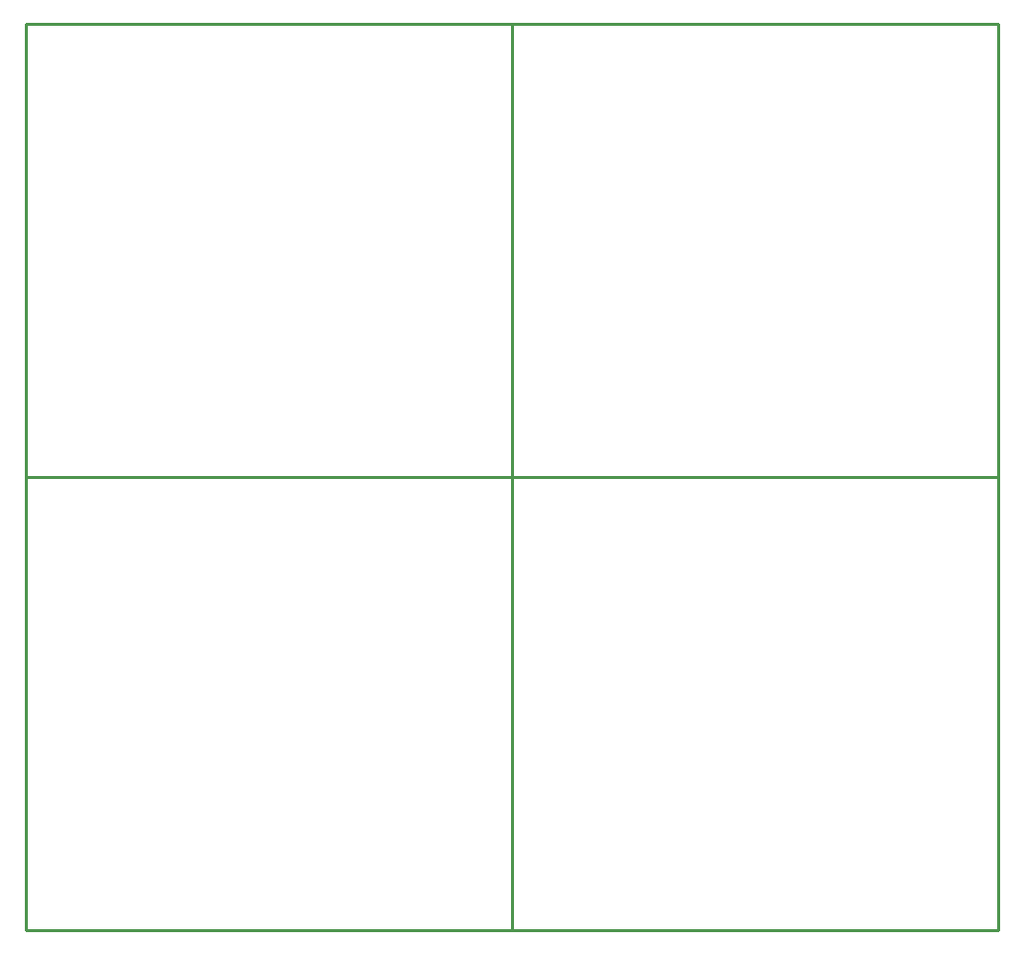
<source format=gko>
G04*
G04 #@! TF.GenerationSoftware,Altium Limited,Altium Designer,22.0.2 (36)*
G04*
G04 Layer_Color=16711935*
%FSLAX44Y44*%
%MOMM*%
G71*
G04*
G04 #@! TF.SameCoordinates,7C54838C-0965-49BE-8F7A-A0EB361EFC81*
G04*
G04*
G04 #@! TF.FilePolarity,Positive*
G04*
G01*
G75*
%ADD48C,0.2540*%
D48*
X414000Y772000D02*
X414000Y0D01*
X0Y386000D02*
X828000D01*
X828000Y0D02*
Y772000D01*
X0Y772000D02*
X828000D01*
X0Y0D02*
X828000D01*
X-0Y772000D02*
X0Y0D01*
Y386000D02*
X414000D01*
X0D02*
X0Y0D01*
X414000Y386000D02*
X414000Y0D01*
X0D02*
X414000D01*
Y386000D02*
X828000D01*
X414000D02*
X414000Y0D01*
X828000Y386000D02*
X828000Y0D01*
X414000D02*
X828000D01*
X0Y772000D02*
X414000D01*
X0D02*
X0Y386000D01*
X414000Y772000D02*
X414000Y386000D01*
X0D02*
X414000D01*
Y772000D02*
X828000D01*
X414000D02*
X414000Y386000D01*
X828000Y772000D02*
X828000Y386000D01*
X414000D02*
X828000D01*
M02*

</source>
